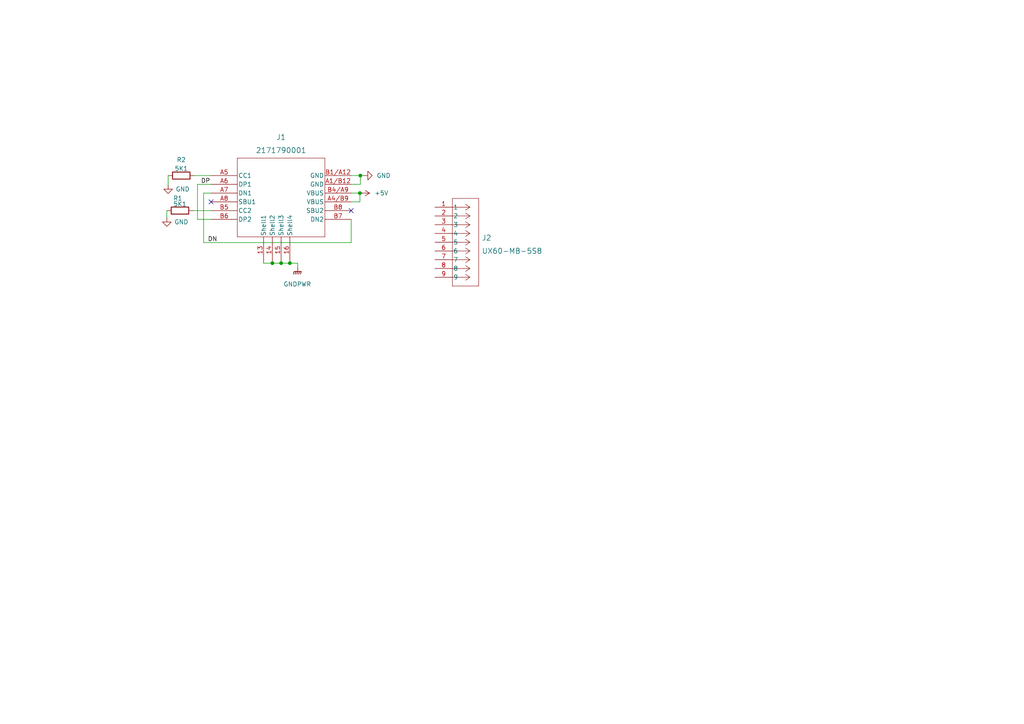
<source format=kicad_sch>
(kicad_sch (version 20211123) (generator eeschema)
  (paper "A4")
  (lib_symbols
    (symbol "2023-06-29_05-18-42:2171790001" (pin_names (offset 0.254))
      (property "Reference" "J" (at 20.32 10.16 0))
      (property "Value" "2171790001" (at 20.32 7.62 0))
      (symbol "2171790001_0_1"
        (polyline (pts (xy 7.62 -17.78) (xy 33.02 -17.78)) (stroke (width 0.127)))
        (polyline (pts (xy 7.62 5.08) (xy 7.62 -17.78)) (stroke (width 0.127)))
        (polyline (pts (xy 33.02 -17.78) (xy 33.02 5.08)) (stroke (width 0.127)))
        (polyline (pts (xy 33.02 5.08) (xy 7.62 5.08)) (stroke (width 0.127)))
        (pin bidirectional line (at 15.24 -25.4 90) (length 7.62) (name "Shell1") (number "13"))
        (pin bidirectional line (at 17.78 -25.4 90) (length 7.62) (name "Shell2") (number "14"))
        (pin bidirectional line (at 20.32 -25.4 90) (length 7.62) (name "Shell3") (number "15"))
        (pin bidirectional line (at 22.86 -25.4 90) (length 7.62) (name "Shell4") (number "16"))
        (pin power_out line (at 40.64 -2.54 180) (length 7.62) (name "GND") (number "A1/B12"))
        (pin power_in line (at 40.64 -7.62 180) (length 7.62) (name "VBUS") (number "A4/B9"))
        (pin bidirectional line (at 0 0 0) (length 7.62) (name "CC1") (number "A5"))
        (pin bidirectional line (at 0 -2.54 0) (length 7.62) (name "DP1") (number "A6"))
        (pin bidirectional line (at 0 -5.08 0) (length 7.62) (name "DN1") (number "A7"))
        (pin bidirectional line (at 0 -7.62 0) (length 7.62) (name "SBU1") (number "A8"))
        (pin power_out line (at 40.64 0 180) (length 7.62) (name "GND") (number "B1/A12"))
        (pin power_in line (at 40.64 -5.08 180) (length 7.62) (name "VBUS") (number "B4/A9"))
        (pin bidirectional line (at 0 -10.16 0) (length 7.62) (name "CC2") (number "B5"))
        (pin bidirectional line (at 0 -12.7 0) (length 7.62) (name "DP2") (number "B6"))
        (pin bidirectional line (at 40.64 -12.7 180) (length 7.62) (name "DN2") (number "B7"))
        (pin bidirectional line (at 40.64 -10.16 180) (length 7.62) (name "SBU2") (number "B8"))
      )
    )
    (symbol "2023-06-29_05-18-42:UX60-MB-5S8" (pin_names (offset 0.254))
      (property "Reference" "J" (at 8.89 6.35 0))
      (property "Value" "UX60-MB-5S8" (at 0 0 0))
      (symbol "UX60-MB-5S8_1_1"
        (polyline (pts (xy 5.08 -22.86) (xy 12.7 -22.86)) (stroke (width 0.127)))
        (polyline (pts (xy 5.08 2.54) (xy 5.08 -22.86)) (stroke (width 0.127)))
        (polyline (pts (xy 10.16 -20.32) (xy 5.08 -20.32)) (stroke (width 0.127)))
        (polyline (pts (xy 10.16 -20.32) (xy 8.89 -21.1667)) (stroke (width 0.127)))
        (polyline (pts (xy 10.16 -20.32) (xy 8.89 -19.4733)) (stroke (width 0.127)))
        (polyline (pts (xy 10.16 -17.78) (xy 5.08 -17.78)) (stroke (width 0.127)))
        (polyline (pts (xy 10.16 -17.78) (xy 8.89 -18.6267)) (stroke (width 0.127)))
        (polyline (pts (xy 10.16 -17.78) (xy 8.89 -16.9333)) (stroke (width 0.127)))
        (polyline (pts (xy 10.16 -15.24) (xy 5.08 -15.24)) (stroke (width 0.127)))
        (polyline (pts (xy 10.16 -15.24) (xy 8.89 -16.0867)) (stroke (width 0.127)))
        (polyline (pts (xy 10.16 -15.24) (xy 8.89 -14.3933)) (stroke (width 0.127)))
        (polyline (pts (xy 10.16 -12.7) (xy 5.08 -12.7)) (stroke (width 0.127)))
        (polyline (pts (xy 10.16 -12.7) (xy 8.89 -13.5467)) (stroke (width 0.127)))
        (polyline (pts (xy 10.16 -12.7) (xy 8.89 -11.8533)) (stroke (width 0.127)))
        (polyline (pts (xy 10.16 -10.16) (xy 5.08 -10.16)) (stroke (width 0.127)))
        (polyline (pts (xy 10.16 -10.16) (xy 8.89 -11.0067)) (stroke (width 0.127)))
        (polyline (pts (xy 10.16 -10.16) (xy 8.89 -9.3133)) (stroke (width 0.127)))
        (polyline (pts (xy 10.16 -7.62) (xy 5.08 -7.62)) (stroke (width 0.127)))
        (polyline (pts (xy 10.16 -7.62) (xy 8.89 -8.4667)) (stroke (width 0.127)))
        (polyline (pts (xy 10.16 -7.62) (xy 8.89 -6.7733)) (stroke (width 0.127)))
        (polyline (pts (xy 10.16 -5.08) (xy 5.08 -5.08)) (stroke (width 0.127)))
        (polyline (pts (xy 10.16 -5.08) (xy 8.89 -5.9267)) (stroke (width 0.127)))
        (polyline (pts (xy 10.16 -5.08) (xy 8.89 -4.2333)) (stroke (width 0.127)))
        (polyline (pts (xy 10.16 -2.54) (xy 5.08 -2.54)) (stroke (width 0.127)))
        (polyline (pts (xy 10.16 -2.54) (xy 8.89 -3.3867)) (stroke (width 0.127)))
        (polyline (pts (xy 10.16 -2.54) (xy 8.89 -1.6933)) (stroke (width 0.127)))
        (polyline (pts (xy 10.16 0) (xy 5.08 0)) (stroke (width 0.127)))
        (polyline (pts (xy 10.16 0) (xy 8.89 -0.8467)) (stroke (width 0.127)))
        (polyline (pts (xy 10.16 0) (xy 8.89 0.8467)) (stroke (width 0.127)))
        (polyline (pts (xy 12.7 -22.86) (xy 12.7 2.54)) (stroke (width 0.127)))
        (polyline (pts (xy 12.7 2.54) (xy 5.08 2.54)) (stroke (width 0.127)))
        (pin unspecified line (at 0 0 0) (length 5.08) (name "1") (number "1"))
        (pin unspecified line (at 0 -2.54 0) (length 5.08) (name "2") (number "2"))
        (pin unspecified line (at 0 -5.08 0) (length 5.08) (name "3") (number "3"))
        (pin unspecified line (at 0 -7.62 0) (length 5.08) (name "4") (number "4"))
        (pin unspecified line (at 0 -10.16 0) (length 5.08) (name "5") (number "5"))
        (pin unspecified line (at 0 -12.7 0) (length 5.08) (name "6") (number "6"))
        (pin unspecified line (at 0 -15.24 0) (length 5.08) (name "7") (number "7"))
        (pin unspecified line (at 0 -17.78 0) (length 5.08) (name "8") (number "8"))
        (pin unspecified line (at 0 -20.32 0) (length 5.08) (name "9") (number "9"))
      )
      (symbol "UX60-MB-5S8_1_2"
        (polyline (pts (xy 5.08 -22.86) (xy 12.7 -22.86)) (stroke (width 0.127)))
        (polyline (pts (xy 5.08 2.54) (xy 5.08 -22.86)) (stroke (width 0.127)))
        (polyline (pts (xy 7.62 -20.32) (xy 5.08 -20.32)) (stroke (width 0.127)))
        (polyline (pts (xy 7.62 -20.32) (xy 8.89 -21.1667)) (stroke (width 0.127)))
        (polyline (pts (xy 7.62 -20.32) (xy 8.89 -19.4733)) (stroke (width 0.127)))
        (polyline (pts (xy 7.62 -17.78) (xy 5.08 -17.78)) (stroke (width 0.127)))
        (polyline (pts (xy 7.62 -17.78) (xy 8.89 -18.6267)) (stroke (width 0.127)))
        (polyline (pts (xy 7.62 -17.78) (xy 8.89 -16.9333)) (stroke (width 0.127)))
        (polyline (pts (xy 7.62 -15.24) (xy 5.08 -15.24)) (stroke (width 0.127)))
        (polyline (pts (xy 7.62 -15.24) (xy 8.89 -16.0867)) (stroke (width 0.127)))
        (polyline (pts (xy 7.62 -15.24) (xy 8.89 -14.3933)) (stroke (width 0.127)))
        (polyline (pts (xy 7.62 -12.7) (xy 5.08 -12.7)) (stroke (width 0.127)))
        (polyline (pts (xy 7.62 -12.7) (xy 8.89 -13.5467)) (stroke (width 0.127)))
        (polyline (pts (xy 7.62 -12.7) (xy 8.89 -11.8533)) (stroke (width 0.127)))
        (polyline (pts (xy 7.62 -10.16) (xy 5.08 -10.16)) (stroke (width 0.127)))
        (polyline (pts (xy 7.62 -10.16) (xy 8.89 -11.0067)) (stroke (width 0.127)))
        (polyline (pts (xy 7.62 -10.16) (xy 8.89 -9.3133)) (stroke (width 0.127)))
        (polyline (pts (xy 7.62 -7.62) (xy 5.08 -7.62)) (stroke (width 0.127)))
        (polyline (pts (xy 7.62 -7.62) (xy 8.89 -8.4667)) (stroke (width 0.127)))
        (polyline (pts (xy 7.62 -7.62) (xy 8.89 -6.7733)) (stroke (width 0.127)))
        (polyline (pts (xy 7.62 -5.08) (xy 5.08 -5.08)) (stroke (width 0.127)))
        (polyline (pts (xy 7.62 -5.08) (xy 8.89 -5.9267)) (stroke (width 0.127)))
        (polyline (pts (xy 7.62 -5.08) (xy 8.89 -4.2333)) (stroke (width 0.127)))
        (polyline (pts (xy 7.62 -2.54) (xy 5.08 -2.54)) (stroke (width 0.127)))
        (polyline (pts (xy 7.62 -2.54) (xy 8.89 -3.3867)) (stroke (width 0.127)))
        (polyline (pts (xy 7.62 -2.54) (xy 8.89 -1.6933)) (stroke (width 0.127)))
        (polyline (pts (xy 7.62 0) (xy 5.08 0)) (stroke (width 0.127)))
        (polyline (pts (xy 7.62 0) (xy 8.89 -0.8467)) (stroke (width 0.127)))
        (polyline (pts (xy 7.62 0) (xy 8.89 0.8467)) (stroke (width 0.127)))
        (polyline (pts (xy 12.7 -22.86) (xy 12.7 2.54)) (stroke (width 0.127)))
        (polyline (pts (xy 12.7 2.54) (xy 5.08 2.54)) (stroke (width 0.127)))
        (pin unspecified line (at 0 0 0) (length 5.08) (name "1") (number "1"))
        (pin unspecified line (at 0 -2.54 0) (length 5.08) (name "2") (number "2"))
        (pin unspecified line (at 0 -5.08 0) (length 5.08) (name "3") (number "3"))
        (pin unspecified line (at 0 -7.62 0) (length 5.08) (name "4") (number "4"))
        (pin unspecified line (at 0 -10.16 0) (length 5.08) (name "5") (number "5"))
        (pin unspecified line (at 0 -12.7 0) (length 5.08) (name "6") (number "6"))
        (pin unspecified line (at 0 -15.24 0) (length 5.08) (name "7") (number "7"))
        (pin unspecified line (at 0 -17.78 0) (length 5.08) (name "8") (number "8"))
        (pin unspecified line (at 0 -20.32 0) (length 5.08) (name "9") (number "9"))
      )
    )
    (symbol "Device:R" (pin_numbers hide) (pin_names (offset 0))
      (property "Reference" "R" (at 2.032 0 90))
      (property "Value" "R" (at 0 0 90))
      (symbol "R_0_1"
        (rectangle (start -1.016 -2.54) (end 1.016 2.54) (stroke (width 0.254)))
      )
      (symbol "R_1_1"
        (pin passive line (at 0 3.81 270) (length 1.27) (name "~") (number "1"))
        (pin passive line (at 0 -3.81 90) (length 1.27) (name "~") (number "2"))
      )
    )
    (symbol "power:+5V" (power) (pin_names (offset 0))
      (property "Value" "+5V" (at 0 3.556 0))
      (symbol "+5V_0_1"
        (polyline (pts (xy -0.762 1.27) (xy 0 2.54)))
        (polyline (pts (xy 0 0) (xy 0 2.54)))
        (polyline (pts (xy 0 2.54) (xy 0.762 1.27)))
      )
      (symbol "+5V_1_1"
        (pin power_in line (at 0 0 90) (length 0) hide (name "+5V") (number "1"))
      )
    )
    (symbol "power:GND" (power) (pin_names (offset 0))
      (property "Value" "GND" (at 0 -3.81 0))
      (symbol "GND_0_1"
        (polyline (pts (xy 0 0) (xy 0 -1.27) (xy 1.27 -1.27) (xy 0 -2.54) (xy -1.27 -1.27) (xy 0 -1.27)))
      )
      (symbol "GND_1_1"
        (pin power_in line (at 0 0 270) (length 0) hide (name "GND") (number "1"))
      )
    )
    (symbol "power:GNDPWR" (power) (pin_names (offset 0))
      (property "Value" "GNDPWR" (at 0 -3.302 0))
      (symbol "GNDPWR_0_1"
        (polyline (pts (xy 0 -1.27) (xy 0 0)))
        (polyline (pts (xy -1.016 -1.27) (xy -1.27 -2.032) (xy -1.27 -2.032)) (stroke (width 0.2032)))
        (polyline (pts (xy -0.508 -1.27) (xy -0.762 -2.032) (xy -0.762 -2.032)) (stroke (width 0.2032)))
        (polyline (pts (xy 0 -1.27) (xy -0.254 -2.032) (xy -0.254 -2.032)) (stroke (width 0.2032)))
        (polyline (pts (xy 0.508 -1.27) (xy 0.254 -2.032) (xy 0.254 -2.032)) (stroke (width 0.2032)))
        (polyline (pts (xy 1.016 -1.27) (xy -1.016 -1.27) (xy -1.016 -1.27)) (stroke (width 0.2032)))
        (polyline (pts (xy 1.016 -1.27) (xy 0.762 -2.032) (xy 0.762 -2.032) (xy 0.762 -2.032)) (stroke (width 0.2032)))
      )
      (symbol "GNDPWR_1_1"
        (pin power_in line (at 0 0 270) (length 0) hide (name "GNDPWR") (number "1"))
      )
    )
  )
  (junction (at 81.534 76.327))
  (junction (at 104.394 56.007))
  (junction (at 84.074 76.327))
  (junction (at 104.521 50.927))
  (junction (at 78.994 76.327))
  (no_connect (at 61.214 58.547))
  (no_connect (at 101.854 61.087))
  (wire (pts (xy 101.854 56.007) (xy 104.394 56.007)))
  (wire (pts (xy 61.214 56.007) (xy 59.055 56.007)))
  (wire (pts (xy 101.854 63.627) (xy 101.854 70.358)))
  (wire (pts (xy 76.454 76.327) (xy 78.994 76.327)))
  (wire (pts (xy 81.534 76.327) (xy 84.074 76.327)))
  (wire (pts (xy 57.277 53.467) (xy 57.277 63.627)))
  (wire (pts (xy 104.521 53.467) (xy 104.521 50.927)))
  (wire (pts (xy 86.36 76.327) (xy 86.36 77.47)))
  (wire (pts (xy 104.394 56.007) (xy 104.648 56.007)))
  (wire (pts (xy 84.074 76.327) (xy 86.36 76.327)))
  (wire (pts (xy 101.854 50.927) (xy 104.521 50.927)))
  (wire (pts (xy 59.055 56.007) (xy 59.055 70.358)))
  (wire (pts (xy 78.994 76.327) (xy 81.534 76.327)))
  (wire (pts (xy 56.007 61.087) (xy 61.214 61.087)))
  (wire (pts (xy 57.277 63.627) (xy 61.214 63.627)))
  (wire (pts (xy 48.768 50.927) (xy 48.768 53.594)))
  (wire (pts (xy 104.394 58.547) (xy 104.394 56.007)))
  (wire (pts (xy 101.854 53.467) (xy 104.521 53.467)))
  (wire (pts (xy 48.387 61.087) (xy 48.387 63.119)))
  (wire (pts (xy 56.388 50.927) (xy 61.214 50.927)))
  (wire (pts (xy 104.521 50.927) (xy 105.41 50.927)))
  (wire (pts (xy 101.854 58.547) (xy 104.394 58.547)))
  (wire (pts (xy 57.277 53.467) (xy 61.214 53.467)))
  (wire (pts (xy 59.055 70.358) (xy 101.854 70.358)))
  (label "DN" (at 60.2488 70.358 0))
  (label "DP" (at 58.2568 53.467 0))
  (symbol (lib_id "power:+5V") (at 104.648 56.007 270) (unit 1)
    (property "Reference" "#PWR04" (effects hide))
    (property "Value" "+5V" (at 108.585 56.0069 90) (effects (justify left)))
  )
  (symbol (lib_id "2023-06-29_05-18-42:2171790001") (at 61.214 50.927 0) (unit 1)
    (property "Reference" "J1" (at 81.534 39.8018 0) (effects (font (size 1.524 1.524))))
    (property "Value" "2171790001" (at 81.534 43.6118 0) (effects (font (size 1.524 1.524))))
    (property "Footprint" "2171790001_MOL" (effects hide))
    (property "Datasheet" "2171790001" (effects hide))
  )
  (symbol (lib_id "power:GNDPWR") (at 86.36 77.47 0) (unit 1)
    (property "Reference" "#PWR03" (effects hide))
    (property "Value" "GNDPWR" (at 86.233 82.423 0))
  )
  (symbol (lib_id "Device:R") (at 52.578 50.927 90) (unit 1)
    (property "Reference" "R2" (at 52.578 46.355 90))
    (property "Value" "5K1" (at 52.578 48.895 90))
    (property "Footprint" "Resistor_SMD:R_0603_1608Metric_Pad0.98x0.95mm_HandSolder" (effects hide))
  )
  (symbol (lib_id "power:GND") (at 48.387 63.119 0) (unit 1)
    (property "Reference" "#PWR01" (effects hide))
    (property "Value" "GND" (at 50.546 64.3889 0) (effects (justify left)))
  )
  (symbol (lib_id "2023-06-29_05-18-42:UX60-MB-5S8") (at 126.1364 60.0964 0) (unit 1)
    (property "Reference" "J2" (at 139.7 68.9864 0) (effects (font (size 1.524 1.524)) (justify left)))
    (property "Value" "UX60-MB-5S8" (at 139.7 72.7964 0) (effects (font (size 1.524 1.524)) (justify left)))
    (property "Footprint" "CONN5_UX60-MB-5S8_HIR" (effects hide))
    (property "Datasheet" "UX60-MB-5S8" (effects hide))
  )
  (symbol (lib_id "Device:R") (at 52.197 61.087 90) (unit 1)
    (property "Reference" "R1" (at 51.562 57.531 90))
    (property "Value" "5K1" (at 52.197 59.182 90))
    (property "Footprint" "Resistor_SMD:R_0603_1608Metric_Pad0.98x0.95mm_HandSolder" (effects hide))
  )
  (symbol (lib_id "power:GND") (at 48.768 53.594 0) (unit 1)
    (property "Reference" "#PWR02" (effects hide))
    (property "Value" "GND" (at 50.927 54.8639 0) (effects (justify left)))
  )
  (symbol (lib_id "power:GND") (at 105.41 50.927 90) (unit 1)
    (property "Reference" "#PWR05" (effects hide))
    (property "Value" "GND" (at 109.22 50.9269 90) (effects (justify right)))
  )
)
</source>
